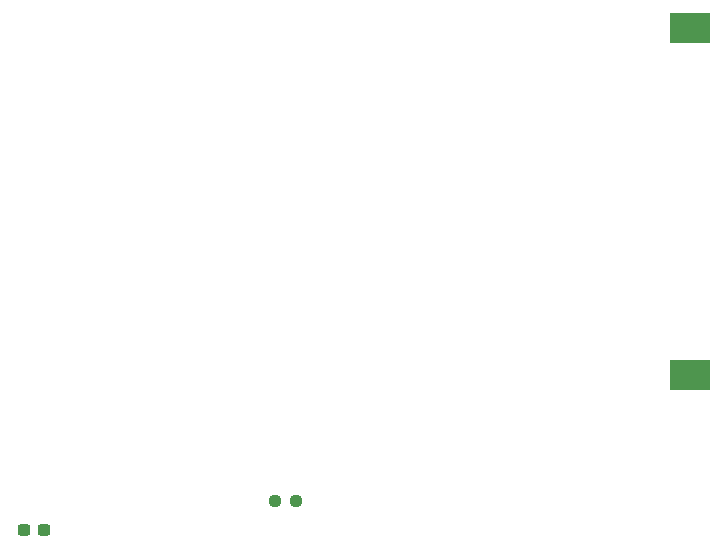
<source format=gtp>
G04 #@! TF.GenerationSoftware,KiCad,Pcbnew,6.0.11-2627ca5db0~126~ubuntu20.04.1*
G04 #@! TF.CreationDate,2023-03-12T13:33:37+01:00*
G04 #@! TF.ProjectId,Bobbycar_wiring,426f6262-7963-4617-925f-776972696e67,rev?*
G04 #@! TF.SameCoordinates,Original*
G04 #@! TF.FileFunction,Paste,Top*
G04 #@! TF.FilePolarity,Positive*
%FSLAX46Y46*%
G04 Gerber Fmt 4.6, Leading zero omitted, Abs format (unit mm)*
G04 Created by KiCad (PCBNEW 6.0.11-2627ca5db0~126~ubuntu20.04.1) date 2023-03-12 13:33:37*
%MOMM*%
%LPD*%
G01*
G04 APERTURE LIST*
G04 Aperture macros list*
%AMRoundRect*
0 Rectangle with rounded corners*
0 $1 Rounding radius*
0 $2 $3 $4 $5 $6 $7 $8 $9 X,Y pos of 4 corners*
0 Add a 4 corners polygon primitive as box body*
4,1,4,$2,$3,$4,$5,$6,$7,$8,$9,$2,$3,0*
0 Add four circle primitives for the rounded corners*
1,1,$1+$1,$2,$3*
1,1,$1+$1,$4,$5*
1,1,$1+$1,$6,$7*
1,1,$1+$1,$8,$9*
0 Add four rect primitives between the rounded corners*
20,1,$1+$1,$2,$3,$4,$5,0*
20,1,$1+$1,$4,$5,$6,$7,0*
20,1,$1+$1,$6,$7,$8,$9,0*
20,1,$1+$1,$8,$9,$2,$3,0*%
G04 Aperture macros list end*
%ADD10RoundRect,0.237500X-0.300000X-0.237500X0.300000X-0.237500X0.300000X0.237500X-0.300000X0.237500X0*%
%ADD11R,3.510000X2.540000*%
%ADD12RoundRect,0.237500X-0.250000X-0.237500X0.250000X-0.237500X0.250000X0.237500X-0.250000X0.237500X0*%
G04 APERTURE END LIST*
D10*
X84532500Y-84995000D03*
X86257500Y-84995000D03*
D11*
X140970000Y-42470000D03*
X140970000Y-71830000D03*
D12*
X105767500Y-82550000D03*
X107592500Y-82550000D03*
M02*

</source>
